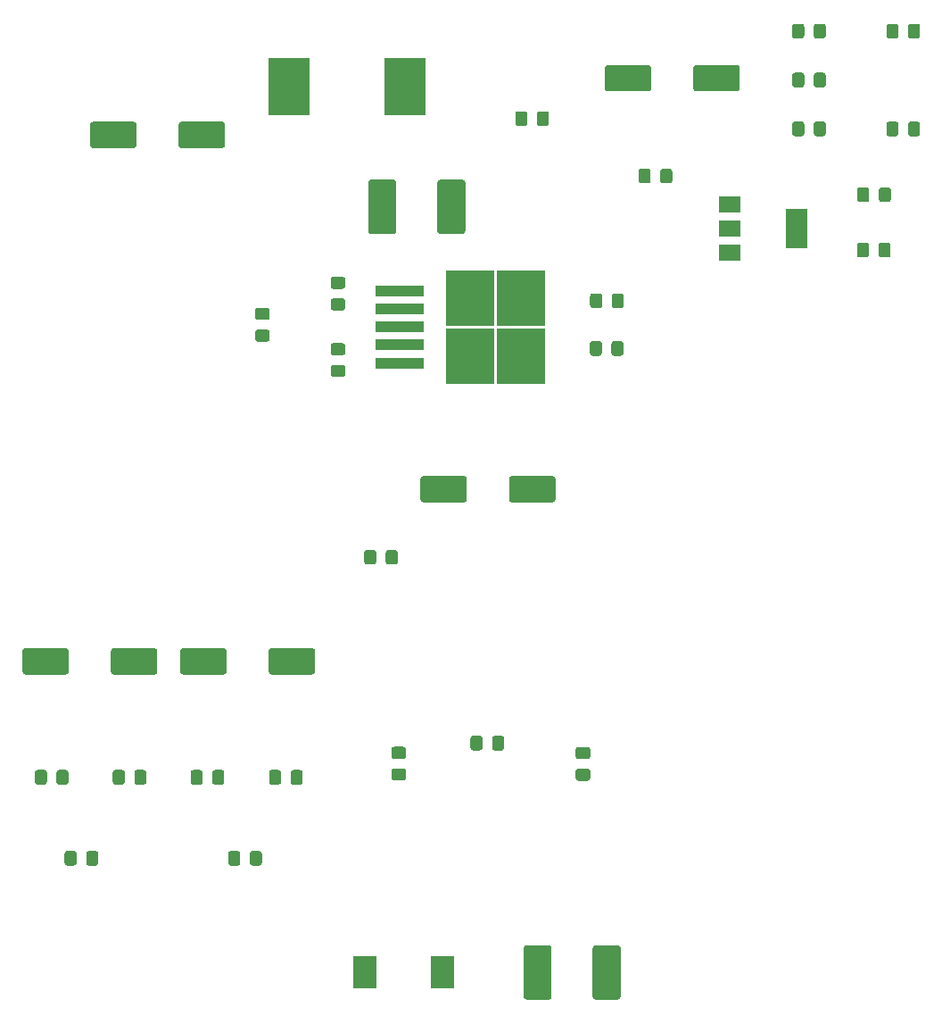
<source format=gbr>
G04 #@! TF.GenerationSoftware,KiCad,Pcbnew,(5.1.9)-1*
G04 #@! TF.CreationDate,2021-02-07T14:36:27+03:00*
G04 #@! TF.ProjectId,017_VIP_Elsiel,3031375f-5649-4505-9f45-6c7369656c2e,rev?*
G04 #@! TF.SameCoordinates,Original*
G04 #@! TF.FileFunction,Paste,Top*
G04 #@! TF.FilePolarity,Positive*
%FSLAX46Y46*%
G04 Gerber Fmt 4.6, Leading zero omitted, Abs format (unit mm)*
G04 Created by KiCad (PCBNEW (5.1.9)-1) date 2021-02-07 14:36:27*
%MOMM*%
%LPD*%
G01*
G04 APERTURE LIST*
%ADD10R,2.300000X3.100000*%
%ADD11R,3.900000X5.400000*%
%ADD12R,2.000000X3.800000*%
%ADD13R,2.000000X1.500000*%
%ADD14R,4.600000X1.100000*%
%ADD15R,4.550000X5.250000*%
G04 APERTURE END LIST*
G36*
G01*
X97425000Y-66375000D02*
X97425000Y-68375000D01*
G75*
G02*
X97175000Y-68625000I-250000J0D01*
G01*
X93275000Y-68625000D01*
G75*
G02*
X93025000Y-68375000I0J250000D01*
G01*
X93025000Y-66375000D01*
G75*
G02*
X93275000Y-66125000I250000J0D01*
G01*
X97175000Y-66125000D01*
G75*
G02*
X97425000Y-66375000I0J-250000D01*
G01*
G37*
G36*
G01*
X105825000Y-66375000D02*
X105825000Y-68375000D01*
G75*
G02*
X105575000Y-68625000I-250000J0D01*
G01*
X101675000Y-68625000D01*
G75*
G02*
X101425000Y-68375000I0J250000D01*
G01*
X101425000Y-66375000D01*
G75*
G02*
X101675000Y-66125000I250000J0D01*
G01*
X105575000Y-66125000D01*
G75*
G02*
X105825000Y-66375000I0J-250000D01*
G01*
G37*
G36*
G01*
X132325000Y-124599999D02*
X132325000Y-125500001D01*
G75*
G02*
X132075001Y-125750000I-249999J0D01*
G01*
X131424999Y-125750000D01*
G75*
G02*
X131175000Y-125500001I0J249999D01*
G01*
X131175000Y-124599999D01*
G75*
G02*
X131424999Y-124350000I249999J0D01*
G01*
X132075001Y-124350000D01*
G75*
G02*
X132325000Y-124599999I0J-249999D01*
G01*
G37*
G36*
G01*
X130275000Y-124599999D02*
X130275000Y-125500001D01*
G75*
G02*
X130025001Y-125750000I-249999J0D01*
G01*
X129374999Y-125750000D01*
G75*
G02*
X129125000Y-125500001I0J249999D01*
G01*
X129125000Y-124599999D01*
G75*
G02*
X129374999Y-124350000I249999J0D01*
G01*
X130025001Y-124350000D01*
G75*
G02*
X130275000Y-124599999I0J-249999D01*
G01*
G37*
G36*
G01*
X114375000Y-116300000D02*
X114375000Y-118300000D01*
G75*
G02*
X114125000Y-118550000I-250000J0D01*
G01*
X110225000Y-118550000D01*
G75*
G02*
X109975000Y-118300000I0J250000D01*
G01*
X109975000Y-116300000D01*
G75*
G02*
X110225000Y-116050000I250000J0D01*
G01*
X114125000Y-116050000D01*
G75*
G02*
X114375000Y-116300000I0J-250000D01*
G01*
G37*
G36*
G01*
X105975000Y-116300000D02*
X105975000Y-118300000D01*
G75*
G02*
X105725000Y-118550000I-250000J0D01*
G01*
X101825000Y-118550000D01*
G75*
G02*
X101575000Y-118300000I0J250000D01*
G01*
X101575000Y-116300000D01*
G75*
G02*
X101825000Y-116050000I250000J0D01*
G01*
X105725000Y-116050000D01*
G75*
G02*
X105975000Y-116300000I0J-250000D01*
G01*
G37*
G36*
G01*
X124375000Y-101975000D02*
X124375000Y-99975000D01*
G75*
G02*
X124625000Y-99725000I250000J0D01*
G01*
X128525000Y-99725000D01*
G75*
G02*
X128775000Y-99975000I0J-250000D01*
G01*
X128775000Y-101975000D01*
G75*
G02*
X128525000Y-102225000I-250000J0D01*
G01*
X124625000Y-102225000D01*
G75*
G02*
X124375000Y-101975000I0J250000D01*
G01*
G37*
G36*
G01*
X132775000Y-101975000D02*
X132775000Y-99975000D01*
G75*
G02*
X133025000Y-99725000I250000J0D01*
G01*
X136925000Y-99725000D01*
G75*
G02*
X137175000Y-99975000I0J-250000D01*
G01*
X137175000Y-101975000D01*
G75*
G02*
X136925000Y-102225000I-250000J0D01*
G01*
X133025000Y-102225000D01*
G75*
G02*
X132775000Y-101975000I0J250000D01*
G01*
G37*
G36*
G01*
X91000000Y-116300000D02*
X91000000Y-118300000D01*
G75*
G02*
X90750000Y-118550000I-250000J0D01*
G01*
X86850000Y-118550000D01*
G75*
G02*
X86600000Y-118300000I0J250000D01*
G01*
X86600000Y-116300000D01*
G75*
G02*
X86850000Y-116050000I250000J0D01*
G01*
X90750000Y-116050000D01*
G75*
G02*
X91000000Y-116300000I0J-250000D01*
G01*
G37*
G36*
G01*
X99400000Y-116300000D02*
X99400000Y-118300000D01*
G75*
G02*
X99150000Y-118550000I-250000J0D01*
G01*
X95250000Y-118550000D01*
G75*
G02*
X95000000Y-118300000I0J250000D01*
G01*
X95000000Y-116300000D01*
G75*
G02*
X95250000Y-116050000I250000J0D01*
G01*
X99150000Y-116050000D01*
G75*
G02*
X99400000Y-116300000I0J-250000D01*
G01*
G37*
G36*
G01*
X119025000Y-107875001D02*
X119025000Y-106974999D01*
G75*
G02*
X119274999Y-106725000I249999J0D01*
G01*
X119925001Y-106725000D01*
G75*
G02*
X120175000Y-106974999I0J-249999D01*
G01*
X120175000Y-107875001D01*
G75*
G02*
X119925001Y-108125000I-249999J0D01*
G01*
X119274999Y-108125000D01*
G75*
G02*
X119025000Y-107875001I0J249999D01*
G01*
G37*
G36*
G01*
X121075000Y-107875001D02*
X121075000Y-106974999D01*
G75*
G02*
X121324999Y-106725000I249999J0D01*
G01*
X121975001Y-106725000D01*
G75*
G02*
X122225000Y-106974999I0J-249999D01*
G01*
X122225000Y-107875001D01*
G75*
G02*
X121975001Y-108125000I-249999J0D01*
G01*
X121324999Y-108125000D01*
G75*
G02*
X121075000Y-107875001I0J249999D01*
G01*
G37*
G36*
G01*
X91750000Y-135524999D02*
X91750000Y-136425001D01*
G75*
G02*
X91500001Y-136675000I-249999J0D01*
G01*
X90849999Y-136675000D01*
G75*
G02*
X90600000Y-136425001I0J249999D01*
G01*
X90600000Y-135524999D01*
G75*
G02*
X90849999Y-135275000I249999J0D01*
G01*
X91500001Y-135275000D01*
G75*
G02*
X91750000Y-135524999I0J-249999D01*
G01*
G37*
G36*
G01*
X93800000Y-135524999D02*
X93800000Y-136425001D01*
G75*
G02*
X93550001Y-136675000I-249999J0D01*
G01*
X92899999Y-136675000D01*
G75*
G02*
X92650000Y-136425001I0J249999D01*
G01*
X92650000Y-135524999D01*
G75*
G02*
X92899999Y-135275000I249999J0D01*
G01*
X93550001Y-135275000D01*
G75*
G02*
X93800000Y-135524999I0J-249999D01*
G01*
G37*
G36*
G01*
X109325000Y-135524999D02*
X109325000Y-136425001D01*
G75*
G02*
X109075001Y-136675000I-249999J0D01*
G01*
X108424999Y-136675000D01*
G75*
G02*
X108175000Y-136425001I0J249999D01*
G01*
X108175000Y-135524999D01*
G75*
G02*
X108424999Y-135275000I249999J0D01*
G01*
X109075001Y-135275000D01*
G75*
G02*
X109325000Y-135524999I0J-249999D01*
G01*
G37*
G36*
G01*
X107275000Y-135524999D02*
X107275000Y-136425001D01*
G75*
G02*
X107025001Y-136675000I-249999J0D01*
G01*
X106374999Y-136675000D01*
G75*
G02*
X106125000Y-136425001I0J249999D01*
G01*
X106125000Y-135524999D01*
G75*
G02*
X106374999Y-135275000I249999J0D01*
G01*
X107025001Y-135275000D01*
G75*
G02*
X107275000Y-135524999I0J-249999D01*
G01*
G37*
G36*
G01*
X108924999Y-85825000D02*
X109825001Y-85825000D01*
G75*
G02*
X110075000Y-86074999I0J-249999D01*
G01*
X110075000Y-86725001D01*
G75*
G02*
X109825001Y-86975000I-249999J0D01*
G01*
X108924999Y-86975000D01*
G75*
G02*
X108675000Y-86725001I0J249999D01*
G01*
X108675000Y-86074999D01*
G75*
G02*
X108924999Y-85825000I249999J0D01*
G01*
G37*
G36*
G01*
X108924999Y-83775000D02*
X109825001Y-83775000D01*
G75*
G02*
X110075000Y-84024999I0J-249999D01*
G01*
X110075000Y-84675001D01*
G75*
G02*
X109825001Y-84925000I-249999J0D01*
G01*
X108924999Y-84925000D01*
G75*
G02*
X108675000Y-84675001I0J249999D01*
G01*
X108675000Y-84024999D01*
G75*
G02*
X108924999Y-83775000I249999J0D01*
G01*
G37*
G36*
G01*
X159650000Y-57983334D02*
X159650000Y-57083332D01*
G75*
G02*
X159899999Y-56833333I249999J0D01*
G01*
X160550001Y-56833333D01*
G75*
G02*
X160800000Y-57083332I0J-249999D01*
G01*
X160800000Y-57983334D01*
G75*
G02*
X160550001Y-58233333I-249999J0D01*
G01*
X159899999Y-58233333D01*
G75*
G02*
X159650000Y-57983334I0J249999D01*
G01*
G37*
G36*
G01*
X161700000Y-57983334D02*
X161700000Y-57083332D01*
G75*
G02*
X161949999Y-56833333I249999J0D01*
G01*
X162600001Y-56833333D01*
G75*
G02*
X162850000Y-57083332I0J-249999D01*
G01*
X162850000Y-57983334D01*
G75*
G02*
X162600001Y-58233333I-249999J0D01*
G01*
X161949999Y-58233333D01*
G75*
G02*
X161700000Y-57983334I0J249999D01*
G01*
G37*
G36*
G01*
X159650000Y-62616667D02*
X159650000Y-61716665D01*
G75*
G02*
X159899999Y-61466666I249999J0D01*
G01*
X160550001Y-61466666D01*
G75*
G02*
X160800000Y-61716665I0J-249999D01*
G01*
X160800000Y-62616667D01*
G75*
G02*
X160550001Y-62866666I-249999J0D01*
G01*
X159899999Y-62866666D01*
G75*
G02*
X159650000Y-62616667I0J249999D01*
G01*
G37*
G36*
G01*
X161700000Y-62616667D02*
X161700000Y-61716665D01*
G75*
G02*
X161949999Y-61466666I249999J0D01*
G01*
X162600001Y-61466666D01*
G75*
G02*
X162850000Y-61716665I0J-249999D01*
G01*
X162850000Y-62616667D01*
G75*
G02*
X162600001Y-62866666I-249999J0D01*
G01*
X161949999Y-62866666D01*
G75*
G02*
X161700000Y-62616667I0J249999D01*
G01*
G37*
G36*
G01*
X169750000Y-66349999D02*
X169750000Y-67250001D01*
G75*
G02*
X169500001Y-67500000I-249999J0D01*
G01*
X168849999Y-67500000D01*
G75*
G02*
X168600000Y-67250001I0J249999D01*
G01*
X168600000Y-66349999D01*
G75*
G02*
X168849999Y-66100000I249999J0D01*
G01*
X169500001Y-66100000D01*
G75*
G02*
X169750000Y-66349999I0J-249999D01*
G01*
G37*
G36*
G01*
X171800000Y-66349999D02*
X171800000Y-67250001D01*
G75*
G02*
X171550001Y-67500000I-249999J0D01*
G01*
X170899999Y-67500000D01*
G75*
G02*
X170650000Y-67250001I0J249999D01*
G01*
X170650000Y-66349999D01*
G75*
G02*
X170899999Y-66100000I249999J0D01*
G01*
X171550001Y-66100000D01*
G75*
G02*
X171800000Y-66349999I0J-249999D01*
G01*
G37*
G36*
G01*
X170650000Y-57983334D02*
X170650000Y-57083332D01*
G75*
G02*
X170899999Y-56833333I249999J0D01*
G01*
X171550001Y-56833333D01*
G75*
G02*
X171800000Y-57083332I0J-249999D01*
G01*
X171800000Y-57983334D01*
G75*
G02*
X171550001Y-58233333I-249999J0D01*
G01*
X170899999Y-58233333D01*
G75*
G02*
X170650000Y-57983334I0J249999D01*
G01*
G37*
G36*
G01*
X168600000Y-57983334D02*
X168600000Y-57083332D01*
G75*
G02*
X168849999Y-56833333I249999J0D01*
G01*
X169500001Y-56833333D01*
G75*
G02*
X169750000Y-57083332I0J-249999D01*
G01*
X169750000Y-57983334D01*
G75*
G02*
X169500001Y-58233333I-249999J0D01*
G01*
X168849999Y-58233333D01*
G75*
G02*
X168600000Y-57983334I0J249999D01*
G01*
G37*
G36*
G01*
X141875000Y-63000000D02*
X141875000Y-61000000D01*
G75*
G02*
X142125000Y-60750000I250000J0D01*
G01*
X146025000Y-60750000D01*
G75*
G02*
X146275000Y-61000000I0J-250000D01*
G01*
X146275000Y-63000000D01*
G75*
G02*
X146025000Y-63250000I-250000J0D01*
G01*
X142125000Y-63250000D01*
G75*
G02*
X141875000Y-63000000I0J250000D01*
G01*
G37*
G36*
G01*
X150275000Y-63000000D02*
X150275000Y-61000000D01*
G75*
G02*
X150525000Y-60750000I250000J0D01*
G01*
X154425000Y-60750000D01*
G75*
G02*
X154675000Y-61000000I0J-250000D01*
G01*
X154675000Y-63000000D01*
G75*
G02*
X154425000Y-63250000I-250000J0D01*
G01*
X150525000Y-63250000D01*
G75*
G02*
X150275000Y-63000000I0J250000D01*
G01*
G37*
G36*
G01*
X147125000Y-71725001D02*
X147125000Y-70824999D01*
G75*
G02*
X147374999Y-70575000I249999J0D01*
G01*
X148025001Y-70575000D01*
G75*
G02*
X148275000Y-70824999I0J-249999D01*
G01*
X148275000Y-71725001D01*
G75*
G02*
X148025001Y-71975000I-249999J0D01*
G01*
X147374999Y-71975000D01*
G75*
G02*
X147125000Y-71725001I0J249999D01*
G01*
G37*
G36*
G01*
X145075000Y-71725001D02*
X145075000Y-70824999D01*
G75*
G02*
X145324999Y-70575000I249999J0D01*
G01*
X145975001Y-70575000D01*
G75*
G02*
X146225000Y-70824999I0J-249999D01*
G01*
X146225000Y-71725001D01*
G75*
G02*
X145975001Y-71975000I-249999J0D01*
G01*
X145324999Y-71975000D01*
G75*
G02*
X145075000Y-71725001I0J249999D01*
G01*
G37*
G36*
G01*
X159650000Y-67250001D02*
X159650000Y-66349999D01*
G75*
G02*
X159899999Y-66100000I249999J0D01*
G01*
X160550001Y-66100000D01*
G75*
G02*
X160800000Y-66349999I0J-249999D01*
G01*
X160800000Y-67250001D01*
G75*
G02*
X160550001Y-67500000I-249999J0D01*
G01*
X159899999Y-67500000D01*
G75*
G02*
X159650000Y-67250001I0J249999D01*
G01*
G37*
G36*
G01*
X161700000Y-67250001D02*
X161700000Y-66349999D01*
G75*
G02*
X161949999Y-66100000I249999J0D01*
G01*
X162600001Y-66100000D01*
G75*
G02*
X162850000Y-66349999I0J-249999D01*
G01*
X162850000Y-67250001D01*
G75*
G02*
X162600001Y-67500000I-249999J0D01*
G01*
X161949999Y-67500000D01*
G75*
G02*
X161700000Y-67250001I0J249999D01*
G01*
G37*
G36*
G01*
X140725000Y-149125000D02*
X140725000Y-144475000D01*
G75*
G02*
X140975000Y-144225000I250000J0D01*
G01*
X143125000Y-144225000D01*
G75*
G02*
X143375000Y-144475000I0J-250000D01*
G01*
X143375000Y-149125000D01*
G75*
G02*
X143125000Y-149375000I-250000J0D01*
G01*
X140975000Y-149375000D01*
G75*
G02*
X140725000Y-149125000I0J250000D01*
G01*
G37*
G36*
G01*
X134175000Y-149125000D02*
X134175000Y-144475000D01*
G75*
G02*
X134425000Y-144225000I250000J0D01*
G01*
X136575000Y-144225000D01*
G75*
G02*
X136825000Y-144475000I0J-250000D01*
G01*
X136825000Y-149125000D01*
G75*
G02*
X136575000Y-149375000I-250000J0D01*
G01*
X134425000Y-149375000D01*
G75*
G02*
X134175000Y-149125000I0J250000D01*
G01*
G37*
G36*
G01*
X139349999Y-127472500D02*
X140250001Y-127472500D01*
G75*
G02*
X140500000Y-127722499I0J-249999D01*
G01*
X140500000Y-128372501D01*
G75*
G02*
X140250001Y-128622500I-249999J0D01*
G01*
X139349999Y-128622500D01*
G75*
G02*
X139100000Y-128372501I0J249999D01*
G01*
X139100000Y-127722499D01*
G75*
G02*
X139349999Y-127472500I249999J0D01*
G01*
G37*
G36*
G01*
X139349999Y-125422500D02*
X140250001Y-125422500D01*
G75*
G02*
X140500000Y-125672499I0J-249999D01*
G01*
X140500000Y-126322501D01*
G75*
G02*
X140250001Y-126572500I-249999J0D01*
G01*
X139349999Y-126572500D01*
G75*
G02*
X139100000Y-126322501I0J249999D01*
G01*
X139100000Y-125672499D01*
G75*
G02*
X139349999Y-125422500I249999J0D01*
G01*
G37*
G36*
G01*
X112050000Y-128750001D02*
X112050000Y-127849999D01*
G75*
G02*
X112299999Y-127600000I249999J0D01*
G01*
X112950001Y-127600000D01*
G75*
G02*
X113200000Y-127849999I0J-249999D01*
G01*
X113200000Y-128750001D01*
G75*
G02*
X112950001Y-129000000I-249999J0D01*
G01*
X112299999Y-129000000D01*
G75*
G02*
X112050000Y-128750001I0J249999D01*
G01*
G37*
G36*
G01*
X110000000Y-128750001D02*
X110000000Y-127849999D01*
G75*
G02*
X110249999Y-127600000I249999J0D01*
G01*
X110900001Y-127600000D01*
G75*
G02*
X111150000Y-127849999I0J-249999D01*
G01*
X111150000Y-128750001D01*
G75*
G02*
X110900001Y-129000000I-249999J0D01*
G01*
X110249999Y-129000000D01*
G75*
G02*
X110000000Y-128750001I0J249999D01*
G01*
G37*
G36*
G01*
X87775000Y-128750001D02*
X87775000Y-127849999D01*
G75*
G02*
X88024999Y-127600000I249999J0D01*
G01*
X88675001Y-127600000D01*
G75*
G02*
X88925000Y-127849999I0J-249999D01*
G01*
X88925000Y-128750001D01*
G75*
G02*
X88675001Y-129000000I-249999J0D01*
G01*
X88024999Y-129000000D01*
G75*
G02*
X87775000Y-128750001I0J249999D01*
G01*
G37*
G36*
G01*
X89825000Y-128750001D02*
X89825000Y-127849999D01*
G75*
G02*
X90074999Y-127600000I249999J0D01*
G01*
X90725001Y-127600000D01*
G75*
G02*
X90975000Y-127849999I0J-249999D01*
G01*
X90975000Y-128750001D01*
G75*
G02*
X90725001Y-129000000I-249999J0D01*
G01*
X90074999Y-129000000D01*
G75*
G02*
X89825000Y-128750001I0J249999D01*
G01*
G37*
G36*
G01*
X128625000Y-71875000D02*
X128625000Y-76525000D01*
G75*
G02*
X128375000Y-76775000I-250000J0D01*
G01*
X126225000Y-76775000D01*
G75*
G02*
X125975000Y-76525000I0J250000D01*
G01*
X125975000Y-71875000D01*
G75*
G02*
X126225000Y-71625000I250000J0D01*
G01*
X128375000Y-71625000D01*
G75*
G02*
X128625000Y-71875000I0J-250000D01*
G01*
G37*
G36*
G01*
X122075000Y-71875000D02*
X122075000Y-76525000D01*
G75*
G02*
X121825000Y-76775000I-250000J0D01*
G01*
X119675000Y-76775000D01*
G75*
G02*
X119425000Y-76525000I0J250000D01*
G01*
X119425000Y-71875000D01*
G75*
G02*
X119675000Y-71625000I250000J0D01*
G01*
X121825000Y-71625000D01*
G75*
G02*
X122075000Y-71875000I0J-250000D01*
G01*
G37*
G36*
G01*
X165825000Y-73500001D02*
X165825000Y-72599999D01*
G75*
G02*
X166074999Y-72350000I249999J0D01*
G01*
X166725001Y-72350000D01*
G75*
G02*
X166975000Y-72599999I0J-249999D01*
G01*
X166975000Y-73500001D01*
G75*
G02*
X166725001Y-73750000I-249999J0D01*
G01*
X166074999Y-73750000D01*
G75*
G02*
X165825000Y-73500001I0J249999D01*
G01*
G37*
G36*
G01*
X167875000Y-73500001D02*
X167875000Y-72599999D01*
G75*
G02*
X168124999Y-72350000I249999J0D01*
G01*
X168775001Y-72350000D01*
G75*
G02*
X169025000Y-72599999I0J-249999D01*
G01*
X169025000Y-73500001D01*
G75*
G02*
X168775001Y-73750000I-249999J0D01*
G01*
X168124999Y-73750000D01*
G75*
G02*
X167875000Y-73500001I0J249999D01*
G01*
G37*
G36*
G01*
X140475000Y-83550001D02*
X140475000Y-82649999D01*
G75*
G02*
X140724999Y-82400000I249999J0D01*
G01*
X141375001Y-82400000D01*
G75*
G02*
X141625000Y-82649999I0J-249999D01*
G01*
X141625000Y-83550001D01*
G75*
G02*
X141375001Y-83800000I-249999J0D01*
G01*
X140724999Y-83800000D01*
G75*
G02*
X140475000Y-83550001I0J249999D01*
G01*
G37*
G36*
G01*
X142525000Y-83550001D02*
X142525000Y-82649999D01*
G75*
G02*
X142774999Y-82400000I249999J0D01*
G01*
X143425001Y-82400000D01*
G75*
G02*
X143675000Y-82649999I0J-249999D01*
G01*
X143675000Y-83550001D01*
G75*
G02*
X143425001Y-83800000I-249999J0D01*
G01*
X142774999Y-83800000D01*
G75*
G02*
X142525000Y-83550001I0J249999D01*
G01*
G37*
D10*
X126500000Y-146800000D03*
X119100000Y-146800000D03*
D11*
X122875000Y-62775000D03*
X111875000Y-62775000D03*
G36*
G01*
X122750001Y-128600000D02*
X121849999Y-128600000D01*
G75*
G02*
X121600000Y-128350001I0J249999D01*
G01*
X121600000Y-127699999D01*
G75*
G02*
X121849999Y-127450000I249999J0D01*
G01*
X122750001Y-127450000D01*
G75*
G02*
X123000000Y-127699999I0J-249999D01*
G01*
X123000000Y-128350001D01*
G75*
G02*
X122750001Y-128600000I-249999J0D01*
G01*
G37*
G36*
G01*
X122750001Y-126550000D02*
X121849999Y-126550000D01*
G75*
G02*
X121600000Y-126300001I0J249999D01*
G01*
X121600000Y-125649999D01*
G75*
G02*
X121849999Y-125400000I249999J0D01*
G01*
X122750001Y-125400000D01*
G75*
G02*
X123000000Y-125649999I0J-249999D01*
G01*
X123000000Y-126300001D01*
G75*
G02*
X122750001Y-126550000I-249999J0D01*
G01*
G37*
G36*
G01*
X102561666Y-128750001D02*
X102561666Y-127849999D01*
G75*
G02*
X102811665Y-127600000I249999J0D01*
G01*
X103461667Y-127600000D01*
G75*
G02*
X103711666Y-127849999I0J-249999D01*
G01*
X103711666Y-128750001D01*
G75*
G02*
X103461667Y-129000000I-249999J0D01*
G01*
X102811665Y-129000000D01*
G75*
G02*
X102561666Y-128750001I0J249999D01*
G01*
G37*
G36*
G01*
X104611666Y-128750001D02*
X104611666Y-127849999D01*
G75*
G02*
X104861665Y-127600000I249999J0D01*
G01*
X105511667Y-127600000D01*
G75*
G02*
X105761666Y-127849999I0J-249999D01*
G01*
X105761666Y-128750001D01*
G75*
G02*
X105511667Y-129000000I-249999J0D01*
G01*
X104861665Y-129000000D01*
G75*
G02*
X104611666Y-128750001I0J249999D01*
G01*
G37*
G36*
G01*
X97218333Y-128750001D02*
X97218333Y-127849999D01*
G75*
G02*
X97468332Y-127600000I249999J0D01*
G01*
X98118334Y-127600000D01*
G75*
G02*
X98368333Y-127849999I0J-249999D01*
G01*
X98368333Y-128750001D01*
G75*
G02*
X98118334Y-129000000I-249999J0D01*
G01*
X97468332Y-129000000D01*
G75*
G02*
X97218333Y-128750001I0J249999D01*
G01*
G37*
G36*
G01*
X95168333Y-128750001D02*
X95168333Y-127849999D01*
G75*
G02*
X95418332Y-127600000I249999J0D01*
G01*
X96068334Y-127600000D01*
G75*
G02*
X96318333Y-127849999I0J-249999D01*
G01*
X96318333Y-128750001D01*
G75*
G02*
X96068334Y-129000000I-249999J0D01*
G01*
X95418332Y-129000000D01*
G75*
G02*
X95168333Y-128750001I0J249999D01*
G01*
G37*
G36*
G01*
X117000001Y-88275000D02*
X116099999Y-88275000D01*
G75*
G02*
X115850000Y-88025001I0J249999D01*
G01*
X115850000Y-87374999D01*
G75*
G02*
X116099999Y-87125000I249999J0D01*
G01*
X117000001Y-87125000D01*
G75*
G02*
X117250000Y-87374999I0J-249999D01*
G01*
X117250000Y-88025001D01*
G75*
G02*
X117000001Y-88275000I-249999J0D01*
G01*
G37*
G36*
G01*
X117000001Y-90325000D02*
X116099999Y-90325000D01*
G75*
G02*
X115850000Y-90075001I0J249999D01*
G01*
X115850000Y-89424999D01*
G75*
G02*
X116099999Y-89175000I249999J0D01*
G01*
X117000001Y-89175000D01*
G75*
G02*
X117250000Y-89424999I0J-249999D01*
G01*
X117250000Y-90075001D01*
G75*
G02*
X117000001Y-90325000I-249999J0D01*
G01*
G37*
G36*
G01*
X165802500Y-78750001D02*
X165802500Y-77849999D01*
G75*
G02*
X166052499Y-77600000I249999J0D01*
G01*
X166702501Y-77600000D01*
G75*
G02*
X166952500Y-77849999I0J-249999D01*
G01*
X166952500Y-78750001D01*
G75*
G02*
X166702501Y-79000000I-249999J0D01*
G01*
X166052499Y-79000000D01*
G75*
G02*
X165802500Y-78750001I0J249999D01*
G01*
G37*
G36*
G01*
X167852500Y-78750001D02*
X167852500Y-77849999D01*
G75*
G02*
X168102499Y-77600000I249999J0D01*
G01*
X168752501Y-77600000D01*
G75*
G02*
X169002500Y-77849999I0J-249999D01*
G01*
X169002500Y-78750001D01*
G75*
G02*
X168752501Y-79000000I-249999J0D01*
G01*
X168102499Y-79000000D01*
G75*
G02*
X167852500Y-78750001I0J249999D01*
G01*
G37*
G36*
G01*
X117000001Y-84025000D02*
X116099999Y-84025000D01*
G75*
G02*
X115850000Y-83775001I0J249999D01*
G01*
X115850000Y-83124999D01*
G75*
G02*
X116099999Y-82875000I249999J0D01*
G01*
X117000001Y-82875000D01*
G75*
G02*
X117250000Y-83124999I0J-249999D01*
G01*
X117250000Y-83775001D01*
G75*
G02*
X117000001Y-84025000I-249999J0D01*
G01*
G37*
G36*
G01*
X117000001Y-81975000D02*
X116099999Y-81975000D01*
G75*
G02*
X115850000Y-81725001I0J249999D01*
G01*
X115850000Y-81074999D01*
G75*
G02*
X116099999Y-80825000I249999J0D01*
G01*
X117000001Y-80825000D01*
G75*
G02*
X117250000Y-81074999I0J-249999D01*
G01*
X117250000Y-81725001D01*
G75*
G02*
X117000001Y-81975000I-249999J0D01*
G01*
G37*
G36*
G01*
X134525000Y-65374999D02*
X134525000Y-66275001D01*
G75*
G02*
X134275001Y-66525000I-249999J0D01*
G01*
X133624999Y-66525000D01*
G75*
G02*
X133375000Y-66275001I0J249999D01*
G01*
X133375000Y-65374999D01*
G75*
G02*
X133624999Y-65125000I249999J0D01*
G01*
X134275001Y-65125000D01*
G75*
G02*
X134525000Y-65374999I0J-249999D01*
G01*
G37*
G36*
G01*
X136575000Y-65374999D02*
X136575000Y-66275001D01*
G75*
G02*
X136325001Y-66525000I-249999J0D01*
G01*
X135674999Y-66525000D01*
G75*
G02*
X135425000Y-66275001I0J249999D01*
G01*
X135425000Y-65374999D01*
G75*
G02*
X135674999Y-65125000I249999J0D01*
G01*
X136325001Y-65125000D01*
G75*
G02*
X136575000Y-65374999I0J-249999D01*
G01*
G37*
G36*
G01*
X142502500Y-88075001D02*
X142502500Y-87174999D01*
G75*
G02*
X142752499Y-86925000I249999J0D01*
G01*
X143402501Y-86925000D01*
G75*
G02*
X143652500Y-87174999I0J-249999D01*
G01*
X143652500Y-88075001D01*
G75*
G02*
X143402501Y-88325000I-249999J0D01*
G01*
X142752499Y-88325000D01*
G75*
G02*
X142502500Y-88075001I0J249999D01*
G01*
G37*
G36*
G01*
X140452500Y-88075001D02*
X140452500Y-87174999D01*
G75*
G02*
X140702499Y-86925000I249999J0D01*
G01*
X141352501Y-86925000D01*
G75*
G02*
X141602500Y-87174999I0J-249999D01*
G01*
X141602500Y-88075001D01*
G75*
G02*
X141352501Y-88325000I-249999J0D01*
G01*
X140702499Y-88325000D01*
G75*
G02*
X140452500Y-88075001I0J249999D01*
G01*
G37*
D12*
X160050000Y-76225000D03*
D13*
X153750000Y-76225000D03*
X153750000Y-78525000D03*
X153750000Y-73925000D03*
D14*
X122375000Y-82200000D03*
X122375000Y-83900000D03*
X122375000Y-85600000D03*
X122375000Y-87300000D03*
X122375000Y-89000000D03*
D15*
X133950000Y-88375000D03*
X129100000Y-82825000D03*
X133950000Y-82825000D03*
X129100000Y-88375000D03*
M02*

</source>
